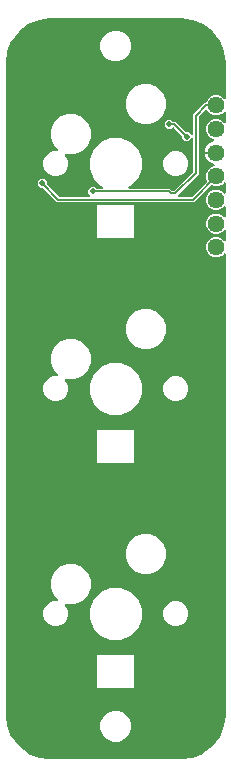
<source format=gtl>
G04 EAGLE Gerber RS-274X export*
G75*
%MOMM*%
%FSLAX34Y34*%
%LPD*%
%INTop Copper*%
%IPPOS*%
%AMOC8*
5,1,8,0,0,1.08239X$1,22.5*%
G01*
G04 Define Apertures*
%ADD10C,1.440000*%
%ADD11C,0.502400*%
%ADD12C,0.200000*%
G36*
X55381Y-313741D02*
X55250Y-313750D01*
X-55250Y-313750D01*
X-55381Y-313741D01*
X-64957Y-312481D01*
X-65209Y-312413D01*
X-74133Y-308717D01*
X-74359Y-308586D01*
X-82022Y-302706D01*
X-82206Y-302522D01*
X-88086Y-294859D01*
X-88217Y-294633D01*
X-91913Y-285709D01*
X-91981Y-285457D01*
X-93241Y-275881D01*
X-93250Y-275750D01*
X-93250Y275750D01*
X-93241Y275881D01*
X-91981Y285457D01*
X-91913Y285709D01*
X-88217Y294633D01*
X-88086Y294859D01*
X-82206Y302522D01*
X-82022Y302706D01*
X-74359Y308586D01*
X-74133Y308717D01*
X-65209Y312413D01*
X-64957Y312481D01*
X-55381Y313741D01*
X-55250Y313750D01*
X55250Y313750D01*
X55381Y313741D01*
X64957Y312481D01*
X65209Y312413D01*
X74133Y308717D01*
X74359Y308586D01*
X82022Y302706D01*
X82206Y302522D01*
X88086Y294859D01*
X88217Y294633D01*
X91913Y285709D01*
X91981Y285457D01*
X93241Y275881D01*
X93250Y275750D01*
X93250Y246143D01*
X93188Y245797D01*
X92979Y245458D01*
X92655Y245228D01*
X92266Y245143D01*
X91875Y245216D01*
X91543Y245436D01*
X89798Y247181D01*
X86685Y248470D01*
X83315Y248470D01*
X80202Y247181D01*
X77820Y244798D01*
X77028Y242887D01*
X76823Y242574D01*
X76494Y242349D01*
X76104Y242270D01*
X75760Y242270D01*
X65830Y232340D01*
X65830Y215633D01*
X65768Y215287D01*
X65559Y214949D01*
X65235Y214718D01*
X64846Y214633D01*
X64455Y214706D01*
X64123Y214926D01*
X61767Y217282D01*
X60042Y217282D01*
X59667Y217355D01*
X59335Y217575D01*
X50740Y226170D01*
X48793Y226170D01*
X48417Y226243D01*
X48086Y226463D01*
X46867Y227682D01*
X43733Y227682D01*
X41518Y225467D01*
X41518Y222333D01*
X43733Y220118D01*
X46867Y220118D01*
X47912Y221163D01*
X48215Y221371D01*
X48603Y221456D01*
X48994Y221383D01*
X49326Y221163D01*
X56125Y214365D01*
X56339Y214048D01*
X56418Y213658D01*
X56418Y211933D01*
X58633Y209718D01*
X61767Y209718D01*
X64123Y212074D01*
X64411Y212275D01*
X64798Y212367D01*
X65191Y212300D01*
X65526Y212086D01*
X65751Y211757D01*
X65830Y211367D01*
X65830Y184354D01*
X65757Y183979D01*
X65537Y183647D01*
X49971Y168081D01*
X49654Y167867D01*
X49264Y167788D01*
X47974Y167788D01*
X47598Y167861D01*
X47267Y168081D01*
X45877Y169470D01*
X11750Y169470D01*
X11412Y169529D01*
X11072Y169735D01*
X10839Y170058D01*
X10751Y170446D01*
X10821Y170838D01*
X11038Y171171D01*
X11368Y171394D01*
X12463Y171848D01*
X18652Y178037D01*
X22002Y186124D01*
X22002Y194876D01*
X18652Y202963D01*
X12463Y209152D01*
X4376Y212502D01*
X-4376Y212502D01*
X-12463Y209152D01*
X-18652Y202963D01*
X-22002Y194876D01*
X-22002Y186124D01*
X-18652Y178037D01*
X-12463Y171848D01*
X-11368Y171394D01*
X-11078Y171210D01*
X-10843Y170889D01*
X-10751Y170502D01*
X-10818Y170110D01*
X-11032Y169774D01*
X-11360Y169549D01*
X-11750Y169470D01*
X-15807Y169470D01*
X-16183Y169543D01*
X-16514Y169763D01*
X-17733Y170982D01*
X-20867Y170982D01*
X-23082Y168767D01*
X-23082Y165633D01*
X-21726Y164277D01*
X-21525Y163989D01*
X-21433Y163602D01*
X-21500Y163210D01*
X-21715Y162874D01*
X-22043Y162649D01*
X-22433Y162570D01*
X-47146Y162570D01*
X-47521Y162643D01*
X-47853Y162863D01*
X-58125Y173135D01*
X-58339Y173452D01*
X-58418Y173842D01*
X-58418Y175767D01*
X-60633Y177982D01*
X-63767Y177982D01*
X-65982Y175767D01*
X-65982Y172633D01*
X-63767Y170418D01*
X-62242Y170418D01*
X-61867Y170345D01*
X-61535Y170125D01*
X-49440Y158030D01*
X66240Y158030D01*
X80315Y172105D01*
X80625Y172315D01*
X81014Y172397D01*
X81405Y172321D01*
X83315Y171530D01*
X86685Y171530D01*
X89798Y172820D01*
X91543Y174565D01*
X91831Y174765D01*
X92218Y174857D01*
X92611Y174790D01*
X92946Y174576D01*
X93171Y174247D01*
X93250Y173857D01*
X93250Y166143D01*
X93188Y165797D01*
X92979Y165458D01*
X92655Y165228D01*
X92266Y165143D01*
X91875Y165216D01*
X91543Y165436D01*
X89798Y167181D01*
X86685Y168470D01*
X83315Y168470D01*
X80202Y167181D01*
X77820Y164798D01*
X76530Y161685D01*
X76530Y158315D01*
X77820Y155202D01*
X80202Y152820D01*
X83315Y151530D01*
X86685Y151530D01*
X89798Y152820D01*
X91543Y154565D01*
X91831Y154765D01*
X92218Y154857D01*
X92611Y154790D01*
X92946Y154576D01*
X93171Y154247D01*
X93250Y153857D01*
X93250Y146143D01*
X93188Y145797D01*
X92979Y145458D01*
X92655Y145228D01*
X92266Y145143D01*
X91875Y145216D01*
X91543Y145436D01*
X89798Y147181D01*
X86685Y148470D01*
X83315Y148470D01*
X80202Y147181D01*
X77820Y144798D01*
X76530Y141685D01*
X76530Y138315D01*
X77820Y135202D01*
X80202Y132820D01*
X83315Y131530D01*
X86685Y131530D01*
X89798Y132820D01*
X91543Y134565D01*
X91831Y134765D01*
X92218Y134857D01*
X92611Y134790D01*
X92946Y134576D01*
X93171Y134247D01*
X93250Y133857D01*
X93250Y126143D01*
X93188Y125797D01*
X92979Y125458D01*
X92655Y125228D01*
X92266Y125143D01*
X91875Y125216D01*
X91543Y125436D01*
X89798Y127181D01*
X86685Y128470D01*
X83315Y128470D01*
X80202Y127181D01*
X77820Y124798D01*
X76530Y121685D01*
X76530Y118315D01*
X77820Y115202D01*
X80202Y112820D01*
X83315Y111530D01*
X86685Y111530D01*
X89798Y112820D01*
X91543Y114565D01*
X91831Y114765D01*
X92218Y114857D01*
X92611Y114790D01*
X92946Y114576D01*
X93171Y114247D01*
X93250Y113857D01*
X93250Y-275750D01*
X93241Y-275881D01*
X91981Y-285457D01*
X91913Y-285709D01*
X88217Y-294633D01*
X88086Y-294859D01*
X82206Y-302522D01*
X82022Y-302706D01*
X74359Y-308586D01*
X74133Y-308717D01*
X65209Y-312413D01*
X64957Y-312481D01*
X55381Y-313741D01*
G37*
%LPC*%
G36*
X-2586Y277287D02*
X2586Y277287D01*
X7364Y279266D01*
X11021Y282923D01*
X13000Y287701D01*
X13000Y292873D01*
X11021Y297651D01*
X7364Y301308D01*
X2586Y303287D01*
X-2586Y303287D01*
X-7364Y301308D01*
X-11021Y297651D01*
X-13000Y292873D01*
X-13000Y287701D01*
X-11021Y282923D01*
X-7364Y279266D01*
X-2586Y277287D01*
G37*
G36*
X22018Y224300D02*
X28782Y224300D01*
X35030Y226888D01*
X39812Y231670D01*
X42400Y237918D01*
X42400Y244682D01*
X39812Y250930D01*
X35030Y255712D01*
X28782Y258300D01*
X22018Y258300D01*
X15770Y255712D01*
X10988Y250930D01*
X8400Y244682D01*
X8400Y237918D01*
X10988Y231670D01*
X15770Y226888D01*
X22018Y224300D01*
G37*
G36*
X-52889Y180000D02*
X-48711Y180000D01*
X-44852Y181599D01*
X-41899Y184552D01*
X-40300Y188411D01*
X-40300Y192589D01*
X-41899Y196448D01*
X-42825Y197374D01*
X-43022Y197655D01*
X-43117Y198041D01*
X-43053Y198434D01*
X-42841Y198771D01*
X-42515Y198999D01*
X-42126Y199081D01*
X-41735Y199005D01*
X-41482Y198900D01*
X-34718Y198900D01*
X-28470Y201488D01*
X-23688Y206270D01*
X-21100Y212518D01*
X-21100Y219282D01*
X-23688Y225530D01*
X-28470Y230312D01*
X-34718Y232900D01*
X-41482Y232900D01*
X-47730Y230312D01*
X-52512Y225530D01*
X-55100Y219282D01*
X-55100Y212518D01*
X-52512Y206270D01*
X-48949Y202707D01*
X-48748Y202419D01*
X-48656Y202032D01*
X-48723Y201640D01*
X-48938Y201304D01*
X-49266Y201079D01*
X-49656Y201000D01*
X-52889Y201000D01*
X-56748Y199401D01*
X-59701Y196448D01*
X-61300Y192589D01*
X-61300Y188411D01*
X-59701Y184552D01*
X-56748Y181599D01*
X-52889Y180000D01*
G37*
G36*
X48711Y180000D02*
X52889Y180000D01*
X56748Y181599D01*
X59701Y184552D01*
X61300Y188411D01*
X61300Y192589D01*
X59701Y196448D01*
X56748Y199401D01*
X52889Y201000D01*
X48711Y201000D01*
X44852Y199401D01*
X41899Y196448D01*
X40300Y192589D01*
X40300Y188411D01*
X41899Y184552D01*
X44852Y181599D01*
X48711Y180000D01*
G37*
G36*
X-16101Y127500D02*
X15899Y127500D01*
X15899Y155500D01*
X-16101Y155500D01*
X-16101Y127500D01*
G37*
G36*
X22018Y33800D02*
X28782Y33800D01*
X35030Y36388D01*
X39812Y41170D01*
X42400Y47418D01*
X42400Y54182D01*
X39812Y60430D01*
X35030Y65212D01*
X28782Y67800D01*
X22018Y67800D01*
X15770Y65212D01*
X10988Y60430D01*
X8400Y54182D01*
X8400Y47418D01*
X10988Y41170D01*
X15770Y36388D01*
X22018Y33800D01*
G37*
G36*
X-52889Y-10500D02*
X-48711Y-10500D01*
X-44852Y-8901D01*
X-41899Y-5948D01*
X-40300Y-2089D01*
X-40300Y2089D01*
X-41899Y5948D01*
X-42825Y6874D01*
X-43022Y7155D01*
X-43117Y7541D01*
X-43053Y7934D01*
X-42841Y8271D01*
X-42515Y8499D01*
X-42126Y8581D01*
X-41735Y8505D01*
X-41482Y8400D01*
X-34718Y8400D01*
X-28470Y10988D01*
X-23688Y15770D01*
X-21100Y22018D01*
X-21100Y28782D01*
X-23688Y35030D01*
X-28470Y39812D01*
X-34718Y42400D01*
X-41482Y42400D01*
X-47730Y39812D01*
X-52512Y35030D01*
X-55100Y28782D01*
X-55100Y22018D01*
X-52512Y15770D01*
X-48949Y12207D01*
X-48748Y11919D01*
X-48656Y11532D01*
X-48723Y11140D01*
X-48938Y10804D01*
X-49266Y10579D01*
X-49656Y10500D01*
X-52889Y10500D01*
X-56748Y8901D01*
X-59701Y5948D01*
X-61300Y2089D01*
X-61300Y-2089D01*
X-59701Y-5948D01*
X-56748Y-8901D01*
X-52889Y-10500D01*
G37*
G36*
X-4376Y-22002D02*
X4376Y-22002D01*
X12463Y-18652D01*
X18652Y-12463D01*
X22002Y-4376D01*
X22002Y4376D01*
X18652Y12463D01*
X12463Y18652D01*
X4376Y22002D01*
X-4376Y22002D01*
X-12463Y18652D01*
X-18652Y12463D01*
X-22002Y4376D01*
X-22002Y-4376D01*
X-18652Y-12463D01*
X-12463Y-18652D01*
X-4376Y-22002D01*
G37*
G36*
X48711Y-10500D02*
X52889Y-10500D01*
X56748Y-8901D01*
X59701Y-5948D01*
X61300Y-2089D01*
X61300Y2089D01*
X59701Y5948D01*
X56748Y8901D01*
X52889Y10500D01*
X48711Y10500D01*
X44852Y8901D01*
X41899Y5948D01*
X40300Y2089D01*
X40300Y-2089D01*
X41899Y-5948D01*
X44852Y-8901D01*
X48711Y-10500D01*
G37*
G36*
X-16101Y-63000D02*
X15899Y-63000D01*
X15899Y-35000D01*
X-16101Y-35000D01*
X-16101Y-63000D01*
G37*
G36*
X22018Y-156700D02*
X28782Y-156700D01*
X35030Y-154112D01*
X39812Y-149330D01*
X42400Y-143082D01*
X42400Y-136318D01*
X39812Y-130070D01*
X35030Y-125288D01*
X28782Y-122700D01*
X22018Y-122700D01*
X15770Y-125288D01*
X10988Y-130070D01*
X8400Y-136318D01*
X8400Y-143082D01*
X10988Y-149330D01*
X15770Y-154112D01*
X22018Y-156700D01*
G37*
G36*
X-52889Y-201000D02*
X-48711Y-201000D01*
X-44852Y-199401D01*
X-41899Y-196448D01*
X-40300Y-192589D01*
X-40300Y-188411D01*
X-41899Y-184552D01*
X-42825Y-183626D01*
X-43022Y-183345D01*
X-43117Y-182959D01*
X-43053Y-182566D01*
X-42841Y-182229D01*
X-42515Y-182001D01*
X-42126Y-181919D01*
X-41735Y-181995D01*
X-41482Y-182100D01*
X-34718Y-182100D01*
X-28470Y-179512D01*
X-23688Y-174730D01*
X-21100Y-168482D01*
X-21100Y-161718D01*
X-23688Y-155470D01*
X-28470Y-150688D01*
X-34718Y-148100D01*
X-41482Y-148100D01*
X-47730Y-150688D01*
X-52512Y-155470D01*
X-55100Y-161718D01*
X-55100Y-168482D01*
X-52512Y-174730D01*
X-48949Y-178293D01*
X-48748Y-178581D01*
X-48656Y-178968D01*
X-48723Y-179361D01*
X-48938Y-179696D01*
X-49266Y-179921D01*
X-49656Y-180000D01*
X-52889Y-180000D01*
X-56748Y-181599D01*
X-59701Y-184552D01*
X-61300Y-188411D01*
X-61300Y-192589D01*
X-59701Y-196448D01*
X-56748Y-199401D01*
X-52889Y-201000D01*
G37*
G36*
X-4376Y-212502D02*
X4376Y-212502D01*
X12463Y-209152D01*
X18652Y-202963D01*
X22002Y-194876D01*
X22002Y-186124D01*
X18652Y-178037D01*
X12463Y-171848D01*
X4376Y-168498D01*
X-4376Y-168498D01*
X-12463Y-171848D01*
X-18652Y-178037D01*
X-22002Y-186124D01*
X-22002Y-194876D01*
X-18652Y-202963D01*
X-12463Y-209152D01*
X-4376Y-212502D01*
G37*
G36*
X48711Y-201000D02*
X52889Y-201000D01*
X56748Y-199401D01*
X59701Y-196448D01*
X61300Y-192589D01*
X61300Y-188411D01*
X59701Y-184552D01*
X56748Y-181599D01*
X52889Y-180000D01*
X48711Y-180000D01*
X44852Y-181599D01*
X41899Y-184552D01*
X40300Y-188411D01*
X40300Y-192589D01*
X41899Y-196448D01*
X44852Y-199401D01*
X48711Y-201000D01*
G37*
G36*
X-16101Y-253500D02*
X15899Y-253500D01*
X15899Y-225500D01*
X-16101Y-225500D01*
X-16101Y-253500D01*
G37*
G36*
X-2586Y-298750D02*
X2586Y-298750D01*
X7364Y-296771D01*
X11021Y-293114D01*
X13000Y-288336D01*
X13000Y-283164D01*
X11021Y-278386D01*
X7364Y-274729D01*
X2586Y-272750D01*
X-2586Y-272750D01*
X-7364Y-274729D01*
X-11021Y-278386D01*
X-13000Y-283164D01*
X-13000Y-288336D01*
X-11021Y-293114D01*
X-7364Y-296771D01*
X-2586Y-298750D01*
G37*
%LPD*%
G36*
X64336Y162649D02*
X63946Y162570D01*
X53294Y162570D01*
X52949Y162632D01*
X52610Y162841D01*
X52380Y163165D01*
X52295Y163554D01*
X52368Y163945D01*
X52587Y164277D01*
X70370Y182060D01*
X70370Y230046D01*
X70443Y230421D01*
X70663Y230753D01*
X75968Y236058D01*
X76264Y236262D01*
X76652Y236351D01*
X77043Y236281D01*
X77377Y236064D01*
X77599Y235734D01*
X77820Y235202D01*
X80202Y232820D01*
X83315Y231530D01*
X86685Y231530D01*
X89798Y232820D01*
X91543Y234565D01*
X91831Y234765D01*
X92218Y234857D01*
X92611Y234790D01*
X92946Y234576D01*
X93171Y234247D01*
X93250Y233857D01*
X93250Y226143D01*
X93188Y225797D01*
X92979Y225458D01*
X92655Y225228D01*
X92266Y225143D01*
X91875Y225216D01*
X91543Y225436D01*
X89798Y227181D01*
X86685Y228470D01*
X83315Y228470D01*
X80202Y227181D01*
X77820Y224798D01*
X76530Y221685D01*
X76530Y218315D01*
X77820Y215202D01*
X80202Y212820D01*
X83119Y211611D01*
X83415Y211422D01*
X83648Y211099D01*
X83736Y210711D01*
X83666Y210319D01*
X83449Y209986D01*
X83119Y209763D01*
X79483Y208257D01*
X76743Y205517D01*
X75260Y201937D01*
X75260Y200762D01*
X85762Y200762D01*
X85762Y199238D01*
X75260Y199238D01*
X75260Y198063D01*
X76743Y194483D01*
X79483Y191743D01*
X83119Y190237D01*
X83415Y190047D01*
X83648Y189725D01*
X83736Y189337D01*
X83666Y188945D01*
X83449Y188611D01*
X83119Y188389D01*
X80202Y187181D01*
X77820Y184798D01*
X76530Y181685D01*
X76530Y178315D01*
X77321Y176405D01*
X77397Y176038D01*
X77324Y175647D01*
X77105Y175315D01*
X64653Y162863D01*
X64336Y162649D01*
G37*
D10*
X85000Y160000D03*
X85000Y140000D03*
X85000Y120000D03*
X85000Y180000D03*
X85000Y200000D03*
X85000Y220000D03*
X85000Y240000D03*
D11*
X60200Y213500D03*
D12*
X49800Y223900D01*
X45300Y223900D01*
D11*
X45300Y223900D03*
D12*
X85000Y180000D02*
X65300Y160300D01*
X-48500Y160300D01*
X-62200Y174000D01*
X-62200Y174200D01*
D11*
X-62200Y174200D03*
X-79200Y271500D03*
X84100Y277800D03*
X-77900Y-273500D03*
X82100Y-275200D03*
X74700Y-221600D03*
X-62500Y-226100D03*
X-50300Y-107500D03*
X45700Y-79200D03*
X-47800Y-25100D03*
X39100Y19200D03*
X-53031Y158069D03*
X25000Y215800D03*
X27500Y173400D03*
X48600Y170300D03*
X27500Y198800D03*
X-4800Y-140900D03*
X-18900Y-25600D03*
X-4900Y40200D03*
X-9700Y93300D03*
X15100Y-217000D03*
X-17700Y-215400D03*
X15700Y-164300D03*
X50300Y207600D03*
X-19300Y167200D03*
D12*
X11237Y167200D01*
X44937Y167200D01*
X46619Y165518D01*
X50618Y165518D01*
X68100Y183000D01*
X68100Y231400D01*
X76700Y240000D01*
X85000Y240000D01*
M02*

</source>
